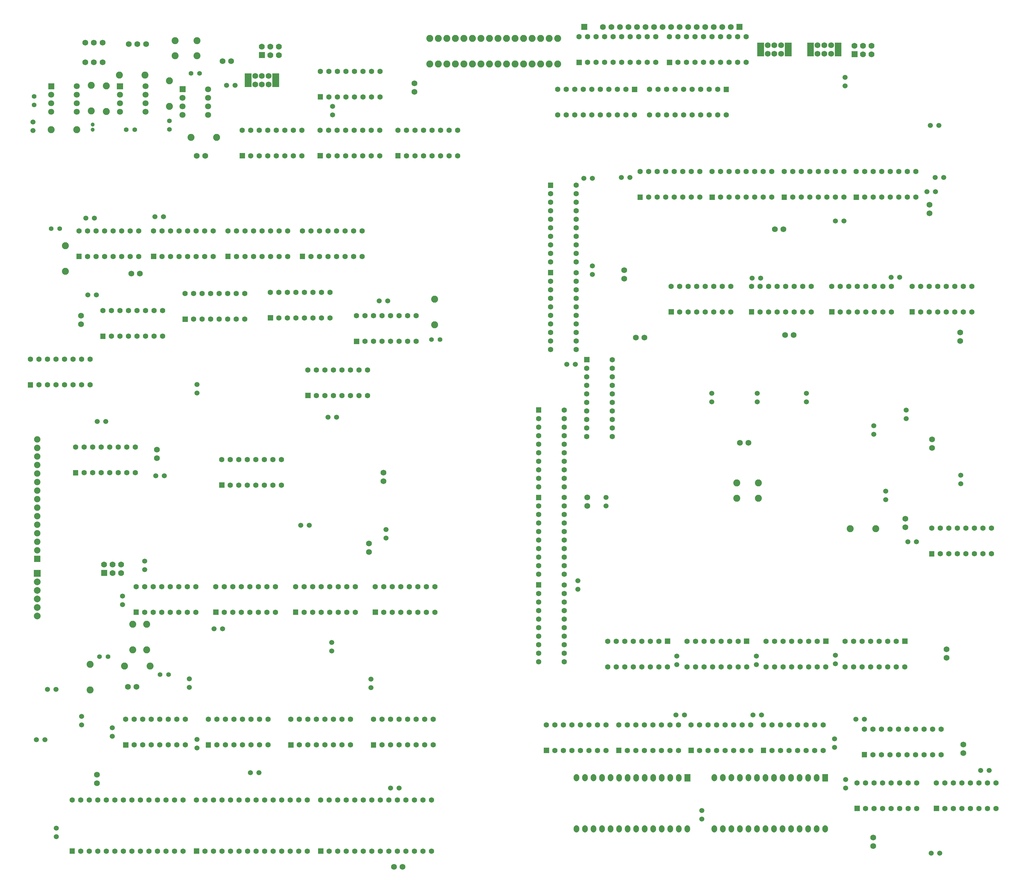
<source format=gbs>
G04 Layer: BottomSolderMaskLayer*
G04 EasyEDA v6.4.25, 2021-12-08T18:35:49--6:00*
G04 986698a7ba0b47aaa227ef1f9665312c,06444aca9169495d970130cf6b44ba93,10*
G04 Gerber Generator version 0.2*
G04 Scale: 100 percent, Rotated: No, Reflected: No *
G04 Dimensions in millimeters *
G04 leading zeros omitted , absolute positions ,4 integer and 5 decimal *
%FSLAX45Y45*%
%MOMM*%

%ADD20C,1.6002*%
%ADD25C,1.3970*%
%ADD47C,1.7272*%
%ADD48C,1.7032*%
%ADD49C,1.5032*%
%ADD51C,1.8034*%
%ADD52C,2.0828*%
%ADD53C,1.2032*%
%ADD57C,1.9032*%
%ADD58C,2.0032*%
%ADD60C,1.7780*%

%LPD*%
D47*
X21590000Y-24030000D02*
G01*
X21590000Y-24077599D01*
X21336000Y-24030000D02*
G01*
X21336000Y-24077599D01*
X21082000Y-24030000D02*
G01*
X21082000Y-24077599D01*
X21844000Y-24030000D02*
G01*
X21844000Y-24077599D01*
X22098000Y-24030000D02*
G01*
X22098000Y-24077599D01*
X22352000Y-24030000D02*
G01*
X22352000Y-24077599D01*
X22606000Y-24030000D02*
G01*
X22606000Y-24077599D01*
X22860000Y-24030000D02*
G01*
X22860000Y-24077599D01*
X23114000Y-24030000D02*
G01*
X23114000Y-24077599D01*
X23368000Y-24030000D02*
G01*
X23368000Y-24077599D01*
X24384000Y-24030000D02*
G01*
X24384000Y-24077599D01*
X24130000Y-24030000D02*
G01*
X24130000Y-24077599D01*
X23876000Y-24030000D02*
G01*
X23876000Y-24077599D01*
X23622000Y-24030000D02*
G01*
X23622000Y-24077599D01*
D48*
X21844000Y-22504798D02*
G01*
X21844000Y-22554801D01*
D47*
X21590000Y-22506000D02*
G01*
X21590000Y-22553599D01*
X22098000Y-22506000D02*
G01*
X22098000Y-22553599D01*
D48*
X24130000Y-22504798D02*
G01*
X24130000Y-22554801D01*
X23876000Y-22504798D02*
G01*
X23876000Y-22554801D01*
X23622000Y-22504798D02*
G01*
X23622000Y-22554801D01*
X23368000Y-22504798D02*
G01*
X23368000Y-22554801D01*
X23114000Y-22504798D02*
G01*
X23114000Y-22554801D01*
X22860000Y-22504798D02*
G01*
X22860000Y-22554801D01*
X22606000Y-22504798D02*
G01*
X22606000Y-22554801D01*
X22352000Y-22504798D02*
G01*
X22352000Y-22554801D01*
D47*
X21082000Y-22553599D02*
G01*
X21082000Y-22506000D01*
X21336000Y-22553599D02*
G01*
X21336000Y-22506000D01*
X17487900Y-24030000D02*
G01*
X17487900Y-24077599D01*
X17233900Y-24030000D02*
G01*
X17233900Y-24077599D01*
X16979900Y-24030000D02*
G01*
X16979900Y-24077599D01*
X17741900Y-24030000D02*
G01*
X17741900Y-24077599D01*
X17995900Y-24030000D02*
G01*
X17995900Y-24077599D01*
X18249900Y-24030000D02*
G01*
X18249900Y-24077599D01*
X18503900Y-24030000D02*
G01*
X18503900Y-24077599D01*
X18757900Y-24030000D02*
G01*
X18757900Y-24077599D01*
X19011900Y-24030000D02*
G01*
X19011900Y-24077599D01*
X19265900Y-24030000D02*
G01*
X19265900Y-24077599D01*
X20281900Y-24030000D02*
G01*
X20281900Y-24077599D01*
X20027900Y-24030000D02*
G01*
X20027900Y-24077599D01*
X19773900Y-24030000D02*
G01*
X19773900Y-24077599D01*
X19519900Y-24030000D02*
G01*
X19519900Y-24077599D01*
D48*
X17741900Y-22504798D02*
G01*
X17741900Y-22554801D01*
D47*
X17487900Y-22506000D02*
G01*
X17487900Y-22553599D01*
X17995900Y-22506000D02*
G01*
X17995900Y-22553599D01*
D48*
X20027900Y-22504798D02*
G01*
X20027900Y-22554801D01*
X19773900Y-22504798D02*
G01*
X19773900Y-22554801D01*
X19519900Y-22504798D02*
G01*
X19519900Y-22554801D01*
X19265900Y-22504798D02*
G01*
X19265900Y-22554801D01*
X19011900Y-22504798D02*
G01*
X19011900Y-22554801D01*
X18757900Y-22504798D02*
G01*
X18757900Y-22554801D01*
X18503900Y-22504798D02*
G01*
X18503900Y-22554801D01*
X18249900Y-22504798D02*
G01*
X18249900Y-22554801D01*
D47*
X16979900Y-22553599D02*
G01*
X16979900Y-22506000D01*
X17233900Y-22553599D02*
G01*
X17233900Y-22506000D01*
D49*
G01*
X11099800Y-8331200D03*
G01*
X11353800Y-8331200D03*
G36*
X3288029Y-2033270D02*
G01*
X3288029Y-1852929D01*
X3468370Y-1852929D01*
X3468370Y-2033270D01*
G37*
D51*
G01*
X3378200Y-2197100D03*
G01*
X3378200Y-2451100D03*
G01*
X3378200Y-2705100D03*
G01*
X4140200Y-2705100D03*
G01*
X4140200Y-2451100D03*
G01*
X4140200Y-2197100D03*
G01*
X4140200Y-1943100D03*
G36*
X1243329Y-2033270D02*
G01*
X1243329Y-1852929D01*
X1423670Y-1852929D01*
X1423670Y-2033270D01*
G37*
G01*
X1333500Y-2197100D03*
G01*
X1333500Y-2451100D03*
G01*
X1333500Y-2705100D03*
G01*
X2095500Y-2705100D03*
G01*
X2095500Y-2451100D03*
G01*
X2095500Y-2197100D03*
G01*
X2095500Y-1943100D03*
D52*
G01*
X5671820Y-1038860D03*
G01*
X5021579Y-1038860D03*
G01*
X5671820Y-586739D03*
G01*
X5021579Y-586739D03*
G36*
X5154929Y-2122170D02*
G01*
X5154929Y-1941829D01*
X5335270Y-1941829D01*
X5335270Y-2122170D01*
G37*
D51*
G01*
X5245100Y-2286000D03*
G01*
X5245100Y-2540000D03*
G01*
X5245100Y-2794000D03*
G01*
X6007100Y-2794000D03*
G01*
X6007100Y-2540000D03*
G01*
X6007100Y-2286000D03*
G01*
X6007100Y-2032000D03*
D52*
G01*
X3365500Y-1612900D03*
G01*
X4127500Y-1612900D03*
G01*
X2971800Y-2692400D03*
G01*
X2971800Y-1930400D03*
D25*
G01*
X3568700Y-3238500D03*
G01*
X3822700Y-3238500D03*
D52*
G01*
X2527300Y-1917700D03*
G01*
X2527300Y-2679700D03*
G01*
X2095500Y-3238500D03*
G01*
X1333500Y-3238500D03*
D25*
G01*
X825500Y-2247900D03*
G01*
X825500Y-2501900D03*
D53*
G01*
X2565400Y-3237356D03*
G01*
X2565400Y-3087243D03*
D52*
G01*
X6261100Y-3467100D03*
G01*
X5499100Y-3467100D03*
D25*
G01*
X5499100Y-1562100D03*
G01*
X5753100Y-1562100D03*
G01*
X4851400Y-2971800D03*
G01*
X4851400Y-3225800D03*
D52*
G01*
X4851400Y-2540000D03*
G01*
X4851400Y-1778000D03*
G36*
X8733790Y-7090410D02*
G01*
X8733790Y-6930389D01*
X8893809Y-6930389D01*
X8893809Y-7090410D01*
G37*
D20*
G01*
X9067800Y-7010400D03*
G01*
X9321800Y-7010400D03*
G01*
X9575800Y-7010400D03*
G01*
X9829800Y-7010400D03*
G01*
X10083800Y-7010400D03*
G01*
X10337800Y-7010400D03*
G01*
X10591800Y-7010400D03*
G01*
X10591800Y-6248400D03*
G01*
X10337800Y-6248400D03*
G01*
X10083800Y-6248400D03*
G01*
X9829800Y-6248400D03*
G01*
X9575800Y-6248400D03*
G01*
X9321800Y-6248400D03*
G01*
X9067800Y-6248400D03*
G01*
X8813800Y-6248400D03*
G36*
X6515608Y-7090410D02*
G01*
X6515608Y-6930389D01*
X6675627Y-6930389D01*
X6675627Y-7090410D01*
G37*
G01*
X6849541Y-7010400D03*
G01*
X7103541Y-7010400D03*
G01*
X7357541Y-7010400D03*
G01*
X7611541Y-7010400D03*
G01*
X7865541Y-7010400D03*
G01*
X8119541Y-7010400D03*
G01*
X8373541Y-7010400D03*
G01*
X8373541Y-6248400D03*
G01*
X8119541Y-6248400D03*
G01*
X7865541Y-6248400D03*
G01*
X7611541Y-6248400D03*
G01*
X7357541Y-6248400D03*
G01*
X7103541Y-6248400D03*
G01*
X6849541Y-6248400D03*
G01*
X6595541Y-6248400D03*
G36*
X4301490Y-7090410D02*
G01*
X4301490Y-6930389D01*
X4461509Y-6930389D01*
X4461509Y-7090410D01*
G37*
G01*
X4635500Y-7010400D03*
G01*
X4889500Y-7010400D03*
G01*
X5143500Y-7010400D03*
G01*
X5397500Y-7010400D03*
G01*
X5651500Y-7010400D03*
G01*
X5905500Y-7010400D03*
G01*
X6159500Y-7010400D03*
G01*
X6159500Y-6248400D03*
G01*
X5905500Y-6248400D03*
G01*
X5651500Y-6248400D03*
G01*
X5397500Y-6248400D03*
G01*
X5143500Y-6248400D03*
G01*
X4889500Y-6248400D03*
G01*
X4635500Y-6248400D03*
G01*
X4381500Y-6248400D03*
G36*
X2078990Y-7090410D02*
G01*
X2078990Y-6930389D01*
X2239009Y-6930389D01*
X2239009Y-7090410D01*
G37*
G01*
X2413000Y-7010400D03*
G01*
X2667000Y-7010400D03*
G01*
X2921000Y-7010400D03*
G01*
X3175000Y-7010400D03*
G01*
X3429000Y-7010400D03*
G01*
X3683000Y-7010400D03*
G01*
X3937000Y-7010400D03*
G01*
X3937000Y-6248400D03*
G01*
X3683000Y-6248400D03*
G01*
X3429000Y-6248400D03*
G01*
X3175000Y-6248400D03*
G01*
X2921000Y-6248400D03*
G01*
X2667000Y-6248400D03*
G01*
X2413000Y-6248400D03*
G01*
X2159000Y-6248400D03*
D25*
G01*
X1333525Y-6184900D03*
G01*
X1587525Y-6184900D03*
D47*
G01*
X2348560Y-649808D03*
G01*
X2603500Y-649808D03*
G01*
X2858490Y-649808D03*
G01*
X2858515Y-1229791D03*
G01*
X2603500Y-1229791D03*
G01*
X2348484Y-1229791D03*
G01*
X3897909Y-685800D03*
G01*
X3643909Y-685800D03*
G01*
X4153915Y-685800D03*
D52*
G01*
X1752600Y-7454900D03*
G01*
X1752600Y-6692900D03*
G36*
X819150Y-16109950D02*
G01*
X819150Y-15919450D01*
X1009650Y-15919450D01*
X1009650Y-16109950D01*
G37*
D57*
G01*
X914400Y-15760700D03*
G01*
X914400Y-15506700D03*
G01*
X914400Y-15252700D03*
G01*
X914400Y-14998700D03*
G01*
X914400Y-14744700D03*
G01*
X914400Y-14490700D03*
G01*
X914400Y-14236700D03*
G01*
X914400Y-13982700D03*
G01*
X914400Y-13728700D03*
G01*
X914400Y-13474700D03*
G01*
X914400Y-13220700D03*
G01*
X914400Y-12966700D03*
G01*
X914400Y-12712700D03*
G01*
X914400Y-12458700D03*
D58*
G01*
X914400Y-17716500D03*
G01*
X914400Y-17462500D03*
G01*
X914400Y-17208500D03*
G01*
X914400Y-16954500D03*
G01*
X914400Y-16700500D03*
G36*
X814323Y-16546576D02*
G01*
X814323Y-16346424D01*
X1014476Y-16346424D01*
X1014476Y-16546576D01*
G37*
G36*
X631189Y-10913110D02*
G01*
X631189Y-10753089D01*
X791210Y-10753089D01*
X791210Y-10913110D01*
G37*
D20*
G01*
X965200Y-10833100D03*
G01*
X1219200Y-10833100D03*
G01*
X1473200Y-10833100D03*
G01*
X1727200Y-10833100D03*
G01*
X1981200Y-10833100D03*
G01*
X2235200Y-10833100D03*
G01*
X2489200Y-10833100D03*
G01*
X2489200Y-10071100D03*
G01*
X2235200Y-10071100D03*
G01*
X1981200Y-10071100D03*
G01*
X1727200Y-10071100D03*
G01*
X1473200Y-10071100D03*
G01*
X1219200Y-10071100D03*
G01*
X965200Y-10071100D03*
G01*
X711200Y-10071100D03*
G36*
X2790190Y-9465310D02*
G01*
X2790190Y-9305289D01*
X2950209Y-9305289D01*
X2950209Y-9465310D01*
G37*
G01*
X3124200Y-9385300D03*
G01*
X3378200Y-9385300D03*
G01*
X3632200Y-9385300D03*
G01*
X3886200Y-9385300D03*
G01*
X4140200Y-9385300D03*
G01*
X4394200Y-9385300D03*
G01*
X4648200Y-9385300D03*
G01*
X4648200Y-8623300D03*
G01*
X4394200Y-8623300D03*
G01*
X4140200Y-8623300D03*
G01*
X3886200Y-8623300D03*
G01*
X3632200Y-8623300D03*
G01*
X3378200Y-8623300D03*
G01*
X3124200Y-8623300D03*
G01*
X2870200Y-8623300D03*
G36*
X5241290Y-8957310D02*
G01*
X5241290Y-8797289D01*
X5401309Y-8797289D01*
X5401309Y-8957310D01*
G37*
G01*
X5575300Y-8877300D03*
G01*
X5829300Y-8877300D03*
G01*
X6083300Y-8877300D03*
G01*
X6337300Y-8877300D03*
G01*
X6591300Y-8877300D03*
G01*
X6845300Y-8877300D03*
G01*
X7099300Y-8877300D03*
G01*
X7099300Y-8115300D03*
G01*
X6845300Y-8115300D03*
G01*
X6591300Y-8115300D03*
G01*
X6337300Y-8115300D03*
G01*
X6083300Y-8115300D03*
G01*
X5829300Y-8115300D03*
G01*
X5575300Y-8115300D03*
G01*
X5321300Y-8115300D03*
G36*
X7781290Y-8919210D02*
G01*
X7781290Y-8759189D01*
X7941309Y-8759189D01*
X7941309Y-8919210D01*
G37*
G01*
X8115300Y-8839200D03*
G01*
X8369300Y-8839200D03*
G01*
X8623300Y-8839200D03*
G01*
X8877300Y-8839200D03*
G01*
X9131300Y-8839200D03*
G01*
X9385300Y-8839200D03*
G01*
X9639300Y-8839200D03*
G01*
X9639300Y-8077200D03*
G01*
X9385300Y-8077200D03*
G01*
X9131300Y-8077200D03*
G01*
X8877300Y-8077200D03*
G01*
X8623300Y-8077200D03*
G01*
X8369300Y-8077200D03*
G01*
X8115300Y-8077200D03*
G01*
X7861300Y-8077200D03*
G36*
X10346690Y-9617710D02*
G01*
X10346690Y-9457689D01*
X10506709Y-9457689D01*
X10506709Y-9617710D01*
G37*
G01*
X10680700Y-9537700D03*
G01*
X10934700Y-9537700D03*
G01*
X11188700Y-9537700D03*
G01*
X11442700Y-9537700D03*
G01*
X11696700Y-9537700D03*
G01*
X11950700Y-9537700D03*
G01*
X12204700Y-9537700D03*
G01*
X12204700Y-8775700D03*
G01*
X11950700Y-8775700D03*
G01*
X11696700Y-8775700D03*
G01*
X11442700Y-8775700D03*
G01*
X11188700Y-8775700D03*
G01*
X10934700Y-8775700D03*
G01*
X10680700Y-8775700D03*
G01*
X10426700Y-8775700D03*
G36*
X1977390Y-13529310D02*
G01*
X1977390Y-13369289D01*
X2137409Y-13369289D01*
X2137409Y-13529310D01*
G37*
G01*
X2311400Y-13449300D03*
G01*
X2565400Y-13449300D03*
G01*
X2819400Y-13449300D03*
G01*
X3073400Y-13449300D03*
G01*
X3327400Y-13449300D03*
G01*
X3581400Y-13449300D03*
G01*
X3835400Y-13449300D03*
G01*
X3835400Y-12687300D03*
G01*
X3581400Y-12687300D03*
G01*
X3327400Y-12687300D03*
G01*
X3073400Y-12687300D03*
G01*
X2819400Y-12687300D03*
G01*
X2565400Y-12687300D03*
G01*
X2311400Y-12687300D03*
G01*
X2057400Y-12687300D03*
G36*
X6333490Y-13897610D02*
G01*
X6333490Y-13737589D01*
X6493509Y-13737589D01*
X6493509Y-13897610D01*
G37*
G01*
X6667500Y-13817600D03*
G01*
X6921500Y-13817600D03*
G01*
X7175500Y-13817600D03*
G01*
X7429500Y-13817600D03*
G01*
X7683500Y-13817600D03*
G01*
X7937500Y-13817600D03*
G01*
X8191500Y-13817600D03*
G01*
X8191500Y-13055600D03*
G01*
X7937500Y-13055600D03*
G01*
X7683500Y-13055600D03*
G01*
X7429500Y-13055600D03*
G01*
X7175500Y-13055600D03*
G01*
X6921500Y-13055600D03*
G01*
X6667500Y-13055600D03*
G01*
X6413500Y-13055600D03*
G36*
X8898890Y-11230610D02*
G01*
X8898890Y-11070589D01*
X9058909Y-11070589D01*
X9058909Y-11230610D01*
G37*
G01*
X9232900Y-11150600D03*
G01*
X9486900Y-11150600D03*
G01*
X9740900Y-11150600D03*
G01*
X9994900Y-11150600D03*
G01*
X10248900Y-11150600D03*
G01*
X10502900Y-11150600D03*
G01*
X10756900Y-11150600D03*
G01*
X10756900Y-10388600D03*
G01*
X10502900Y-10388600D03*
G01*
X10248900Y-10388600D03*
G01*
X9994900Y-10388600D03*
G01*
X9740900Y-10388600D03*
G01*
X9486900Y-10388600D03*
G01*
X9232900Y-10388600D03*
G01*
X8978900Y-10388600D03*
D52*
G01*
X12611100Y-1282700D03*
G01*
X12611100Y-520700D03*
G01*
X12865100Y-1282700D03*
G01*
X12865100Y-520700D03*
G01*
X13119100Y-1282700D03*
G01*
X13119100Y-520700D03*
G01*
X13373100Y-1282700D03*
G01*
X13373100Y-520700D03*
G01*
X13627100Y-1282700D03*
G01*
X13627100Y-520700D03*
G01*
X13881100Y-1282700D03*
G01*
X13881100Y-520700D03*
G01*
X14135100Y-1282700D03*
G01*
X14135100Y-520700D03*
G01*
X14389100Y-1282700D03*
G01*
X14389100Y-520700D03*
G01*
X14643100Y-1282700D03*
G01*
X14643100Y-520700D03*
G01*
X14897100Y-1282700D03*
G01*
X14897100Y-520700D03*
G01*
X15151100Y-1282700D03*
G01*
X15151100Y-520700D03*
G01*
X15405100Y-1282700D03*
G01*
X15405100Y-520700D03*
G01*
X15659100Y-1282700D03*
G01*
X15659100Y-520700D03*
G01*
X15913100Y-1282700D03*
G01*
X15913100Y-520700D03*
G01*
X16167100Y-1282700D03*
G01*
X16167100Y-520700D03*
G01*
X16421100Y-1282700D03*
G01*
X16421100Y-520700D03*
G36*
X11578590Y-4093210D02*
G01*
X11578590Y-3933189D01*
X11738609Y-3933189D01*
X11738609Y-4093210D01*
G37*
D20*
G01*
X11912600Y-4013200D03*
G01*
X12166600Y-4013200D03*
G01*
X12420600Y-4013200D03*
G01*
X12674600Y-4013200D03*
G01*
X12928600Y-4013200D03*
G01*
X13182600Y-4013200D03*
G01*
X13436600Y-4013200D03*
G01*
X13436600Y-3251200D03*
G01*
X13182600Y-3251200D03*
G01*
X12928600Y-3251200D03*
G01*
X12674600Y-3251200D03*
G01*
X12420600Y-3251200D03*
G01*
X12166600Y-3251200D03*
G01*
X11912600Y-3251200D03*
G01*
X11658600Y-3251200D03*
G36*
X9260840Y-4093210D02*
G01*
X9260840Y-3933189D01*
X9420859Y-3933189D01*
X9420859Y-4093210D01*
G37*
G01*
X9594850Y-4013200D03*
G01*
X9848850Y-4013200D03*
G01*
X10102850Y-4013200D03*
G01*
X10356850Y-4013200D03*
G01*
X10610850Y-4013200D03*
G01*
X10864850Y-4013200D03*
G01*
X11118850Y-4013200D03*
G01*
X11118850Y-3251200D03*
G01*
X10864850Y-3251200D03*
G01*
X10610850Y-3251200D03*
G01*
X10356850Y-3251200D03*
G01*
X10102850Y-3251200D03*
G01*
X9848850Y-3251200D03*
G01*
X9594850Y-3251200D03*
G01*
X9340850Y-3251200D03*
G36*
X6943090Y-4093210D02*
G01*
X6943090Y-3933189D01*
X7103109Y-3933189D01*
X7103109Y-4093210D01*
G37*
G01*
X7277100Y-4013200D03*
G01*
X7531100Y-4013200D03*
G01*
X7785100Y-4013200D03*
G01*
X8039100Y-4013200D03*
G01*
X8293100Y-4013200D03*
G01*
X8547100Y-4013200D03*
G01*
X8801100Y-4013200D03*
G01*
X8801100Y-3251200D03*
G01*
X8547100Y-3251200D03*
G01*
X8293100Y-3251200D03*
G01*
X8039100Y-3251200D03*
G01*
X7785100Y-3251200D03*
G01*
X7531100Y-3251200D03*
G01*
X7277100Y-3251200D03*
G01*
X7023100Y-3251200D03*
G36*
X9267190Y-2340610D02*
G01*
X9267190Y-2180589D01*
X9427209Y-2180589D01*
X9427209Y-2340610D01*
G37*
G01*
X9601200Y-2260600D03*
G01*
X9855200Y-2260600D03*
G01*
X10109200Y-2260600D03*
G01*
X10363200Y-2260600D03*
G01*
X10617200Y-2260600D03*
G01*
X10871200Y-2260600D03*
G01*
X11125200Y-2260600D03*
G01*
X11125200Y-1498600D03*
G01*
X10871200Y-1498600D03*
G01*
X10617200Y-1498600D03*
G01*
X10363200Y-1498600D03*
G01*
X10109200Y-1498600D03*
G01*
X9855200Y-1498600D03*
G01*
X9601200Y-1498600D03*
G01*
X9347200Y-1498600D03*
G36*
X18627090Y-2118360D02*
G01*
X18627090Y-1958339D01*
X18787109Y-1958339D01*
X18787109Y-2118360D01*
G37*
G01*
X18453100Y-2038350D03*
G01*
X18199100Y-2038350D03*
G01*
X17945100Y-2038350D03*
G01*
X17691100Y-2038350D03*
G01*
X17437100Y-2038350D03*
G01*
X17183100Y-2038350D03*
G01*
X16929100Y-2038350D03*
G01*
X16675100Y-2038350D03*
G01*
X16421100Y-2038350D03*
G01*
X16421100Y-2800350D03*
G01*
X16675100Y-2800350D03*
G01*
X16929100Y-2800350D03*
G01*
X17183100Y-2800350D03*
G01*
X17437100Y-2800350D03*
G01*
X17691100Y-2800350D03*
G01*
X17945100Y-2800350D03*
G01*
X18199100Y-2800350D03*
G01*
X18453100Y-2800350D03*
G01*
X18707100Y-2800350D03*
G36*
X21357590Y-2118360D02*
G01*
X21357590Y-1958339D01*
X21517609Y-1958339D01*
X21517609Y-2118360D01*
G37*
G01*
X21183600Y-2038350D03*
G01*
X20929600Y-2038350D03*
G01*
X20675600Y-2038350D03*
G01*
X20421600Y-2038350D03*
G01*
X20167600Y-2038350D03*
G01*
X19913600Y-2038350D03*
G01*
X19659600Y-2038350D03*
G01*
X19405600Y-2038350D03*
G01*
X19151600Y-2038350D03*
G01*
X19151600Y-2800350D03*
G01*
X19405600Y-2800350D03*
G01*
X19659600Y-2800350D03*
G01*
X19913600Y-2800350D03*
G01*
X20167600Y-2800350D03*
G01*
X20421600Y-2800350D03*
G01*
X20675600Y-2800350D03*
G01*
X20929600Y-2800350D03*
G01*
X21183600Y-2800350D03*
G01*
X21437600Y-2800350D03*
G36*
X20938490Y-5325110D02*
G01*
X20938490Y-5165089D01*
X21098509Y-5165089D01*
X21098509Y-5325110D01*
G37*
G01*
X21272500Y-5245100D03*
G01*
X21526500Y-5245100D03*
G01*
X21780500Y-5245100D03*
G01*
X22034500Y-5245100D03*
G01*
X22288500Y-5245100D03*
G01*
X22542500Y-5245100D03*
G01*
X22796500Y-5245100D03*
G01*
X22796500Y-4483100D03*
G01*
X22542500Y-4483100D03*
G01*
X22288500Y-4483100D03*
G01*
X22034500Y-4483100D03*
G01*
X21780500Y-4483100D03*
G01*
X21526500Y-4483100D03*
G01*
X21272500Y-4483100D03*
G01*
X21018500Y-4483100D03*
G36*
X18792190Y-5325110D02*
G01*
X18792190Y-5165089D01*
X18952209Y-5165089D01*
X18952209Y-5325110D01*
G37*
G01*
X19126200Y-5245100D03*
G01*
X19380200Y-5245100D03*
G01*
X19634200Y-5245100D03*
G01*
X19888200Y-5245100D03*
G01*
X20142200Y-5245100D03*
G01*
X20396200Y-5245100D03*
G01*
X20650200Y-5245100D03*
G01*
X20650200Y-4483100D03*
G01*
X20396200Y-4483100D03*
G01*
X20142200Y-4483100D03*
G01*
X19888200Y-4483100D03*
G01*
X19634200Y-4483100D03*
G01*
X19380200Y-4483100D03*
G01*
X19126200Y-4483100D03*
G01*
X18872200Y-4483100D03*
G36*
X23084790Y-5325110D02*
G01*
X23084790Y-5165089D01*
X23244809Y-5165089D01*
X23244809Y-5325110D01*
G37*
G01*
X23418800Y-5245100D03*
G01*
X23672800Y-5245100D03*
G01*
X23926800Y-5245100D03*
G01*
X24180800Y-5245100D03*
G01*
X24434800Y-5245100D03*
G01*
X24688800Y-5245100D03*
G01*
X24942800Y-5245100D03*
G01*
X24942800Y-4483100D03*
G01*
X24688800Y-4483100D03*
G01*
X24434800Y-4483100D03*
G01*
X24180800Y-4483100D03*
G01*
X23926800Y-4483100D03*
G01*
X23672800Y-4483100D03*
G01*
X23418800Y-4483100D03*
G01*
X23164800Y-4483100D03*
G36*
X19609308Y-18545810D02*
G01*
X19609308Y-18385789D01*
X19769327Y-18385789D01*
X19769327Y-18545810D01*
G37*
G01*
X19435241Y-18465800D03*
G01*
X19181241Y-18465800D03*
G01*
X18927241Y-18465800D03*
G01*
X18673241Y-18465800D03*
G01*
X18419241Y-18465800D03*
G01*
X18165241Y-18465800D03*
G01*
X17911241Y-18465800D03*
G01*
X17911241Y-19227800D03*
G01*
X18165241Y-19227800D03*
G01*
X18419241Y-19227800D03*
G01*
X18673241Y-19227800D03*
G01*
X18927241Y-19227800D03*
G01*
X19181241Y-19227800D03*
G01*
X19435241Y-19227800D03*
G01*
X19689241Y-19227800D03*
G36*
X21965666Y-18545810D02*
G01*
X21965666Y-18385789D01*
X22125686Y-18385789D01*
X22125686Y-18545810D01*
G37*
G01*
X21791802Y-18465800D03*
G01*
X21537802Y-18465800D03*
G01*
X21283802Y-18465800D03*
G01*
X21029802Y-18465800D03*
G01*
X20775802Y-18465800D03*
G01*
X20521802Y-18465800D03*
G01*
X20267802Y-18465800D03*
G01*
X20267802Y-19227800D03*
G01*
X20521802Y-19227800D03*
G01*
X20775802Y-19227800D03*
G01*
X21029802Y-19227800D03*
G01*
X21283802Y-19227800D03*
G01*
X21537802Y-19227800D03*
G01*
X21791802Y-19227800D03*
G01*
X22045802Y-19227800D03*
G36*
X24322277Y-18545810D02*
G01*
X24322277Y-18385789D01*
X24482298Y-18385789D01*
X24482298Y-18545810D01*
G37*
G01*
X24148338Y-18465800D03*
G01*
X23894338Y-18465800D03*
G01*
X23640338Y-18465800D03*
G01*
X23386338Y-18465800D03*
G01*
X23132338Y-18465800D03*
G01*
X22878338Y-18465800D03*
G01*
X22624338Y-18465800D03*
G01*
X22624338Y-19227800D03*
G01*
X22878338Y-19227800D03*
G01*
X23132338Y-19227800D03*
G01*
X23386338Y-19227800D03*
G01*
X23640338Y-19227800D03*
G01*
X23894338Y-19227800D03*
G01*
X24148338Y-19227800D03*
G01*
X24402338Y-19227800D03*
G36*
X26678890Y-18545810D02*
G01*
X26678890Y-18385789D01*
X26838909Y-18385789D01*
X26838909Y-18545810D01*
G37*
G01*
X26504900Y-18465800D03*
G01*
X26250900Y-18465800D03*
G01*
X25996900Y-18465800D03*
G01*
X25742900Y-18465800D03*
G01*
X25488900Y-18465800D03*
G01*
X25234900Y-18465800D03*
G01*
X24980900Y-18465800D03*
G01*
X24980900Y-19227800D03*
G01*
X25234900Y-19227800D03*
G01*
X25488900Y-19227800D03*
G01*
X25742900Y-19227800D03*
G01*
X25996900Y-19227800D03*
G01*
X26250900Y-19227800D03*
G01*
X26504900Y-19227800D03*
G01*
X26758900Y-19227800D03*
G36*
X15769590Y-14265910D02*
G01*
X15769590Y-14105889D01*
X15929609Y-14105889D01*
X15929609Y-14265910D01*
G37*
G01*
X15849600Y-14439900D03*
G01*
X15849600Y-14693900D03*
G01*
X15849600Y-14947900D03*
G01*
X15849600Y-15201900D03*
G01*
X15849600Y-15455900D03*
G01*
X15849600Y-15709900D03*
G01*
X15849600Y-15963900D03*
G01*
X15849600Y-16217900D03*
G01*
X15849600Y-16471900D03*
G01*
X16611600Y-16471900D03*
G01*
X16611600Y-16217900D03*
G01*
X16611600Y-15963900D03*
G01*
X16611600Y-15709900D03*
G01*
X16611600Y-15455900D03*
G01*
X16611600Y-15201900D03*
G01*
X16611600Y-14947900D03*
G01*
X16611600Y-14693900D03*
G01*
X16611600Y-14439900D03*
G01*
X16611600Y-14185900D03*
G36*
X15769590Y-16869410D02*
G01*
X15769590Y-16709389D01*
X15929609Y-16709389D01*
X15929609Y-16869410D01*
G37*
G01*
X15849600Y-17043400D03*
G01*
X15849600Y-17297400D03*
G01*
X15849600Y-17551400D03*
G01*
X15849600Y-17805400D03*
G01*
X15849600Y-18059400D03*
G01*
X15849600Y-18313400D03*
G01*
X15849600Y-18567400D03*
G01*
X15849600Y-18821400D03*
G01*
X15849600Y-19075400D03*
G01*
X16611600Y-19075400D03*
G01*
X16611600Y-18821400D03*
G01*
X16611600Y-18567400D03*
G01*
X16611600Y-18313400D03*
G01*
X16611600Y-18059400D03*
G01*
X16611600Y-17805400D03*
G01*
X16611600Y-17551400D03*
G01*
X16611600Y-17297400D03*
G01*
X16611600Y-17043400D03*
G01*
X16611600Y-16789400D03*
G36*
X22111208Y-8741410D02*
G01*
X22111208Y-8581389D01*
X22271227Y-8581389D01*
X22271227Y-8741410D01*
G37*
G01*
X22445141Y-8661400D03*
G01*
X22699141Y-8661400D03*
G01*
X22953141Y-8661400D03*
G01*
X23207141Y-8661400D03*
G01*
X23461141Y-8661400D03*
G01*
X23715141Y-8661400D03*
G01*
X23969141Y-8661400D03*
G01*
X23969141Y-7899400D03*
G01*
X23715141Y-7899400D03*
G01*
X23461141Y-7899400D03*
G01*
X23207141Y-7899400D03*
G01*
X22953141Y-7899400D03*
G01*
X22699141Y-7899400D03*
G01*
X22445141Y-7899400D03*
G01*
X22191141Y-7899400D03*
G36*
X19719290Y-8741410D02*
G01*
X19719290Y-8581389D01*
X19879309Y-8581389D01*
X19879309Y-8741410D01*
G37*
G01*
X20053300Y-8661400D03*
G01*
X20307300Y-8661400D03*
G01*
X20561300Y-8661400D03*
G01*
X20815300Y-8661400D03*
G01*
X21069300Y-8661400D03*
G01*
X21323300Y-8661400D03*
G01*
X21577300Y-8661400D03*
G01*
X21577300Y-7899400D03*
G01*
X21323300Y-7899400D03*
G01*
X21069300Y-7899400D03*
G01*
X20815300Y-7899400D03*
G01*
X20561300Y-7899400D03*
G01*
X20307300Y-7899400D03*
G01*
X20053300Y-7899400D03*
G01*
X19799300Y-7899400D03*
G36*
X24502872Y-8741410D02*
G01*
X24502872Y-8581389D01*
X24662891Y-8581389D01*
X24662891Y-8741410D01*
G37*
G01*
X24836958Y-8661400D03*
G01*
X25090958Y-8661400D03*
G01*
X25344958Y-8661400D03*
G01*
X25598958Y-8661400D03*
G01*
X25852958Y-8661400D03*
G01*
X26106958Y-8661400D03*
G01*
X26360958Y-8661400D03*
G01*
X26360958Y-7899400D03*
G01*
X26106958Y-7899400D03*
G01*
X25852958Y-7899400D03*
G01*
X25598958Y-7899400D03*
G01*
X25344958Y-7899400D03*
G01*
X25090958Y-7899400D03*
G01*
X24836958Y-7899400D03*
G01*
X24582958Y-7899400D03*
G36*
X26894790Y-8741410D02*
G01*
X26894790Y-8581389D01*
X27054809Y-8581389D01*
X27054809Y-8741410D01*
G37*
G01*
X27228800Y-8661400D03*
G01*
X27482800Y-8661400D03*
G01*
X27736800Y-8661400D03*
G01*
X27990800Y-8661400D03*
G01*
X28244800Y-8661400D03*
G01*
X28498800Y-8661400D03*
G01*
X28752800Y-8661400D03*
G01*
X28752800Y-7899400D03*
G01*
X28498800Y-7899400D03*
G01*
X28244800Y-7899400D03*
G01*
X27990800Y-7899400D03*
G01*
X27736800Y-7899400D03*
G01*
X27482800Y-7899400D03*
G01*
X27228800Y-7899400D03*
G01*
X26974800Y-7899400D03*
G36*
X25231090Y-5325110D02*
G01*
X25231090Y-5165089D01*
X25391109Y-5165089D01*
X25391109Y-5325110D01*
G37*
G01*
X25565100Y-5245100D03*
G01*
X25819100Y-5245100D03*
G01*
X26073100Y-5245100D03*
G01*
X26327100Y-5245100D03*
G01*
X26581100Y-5245100D03*
G01*
X26835100Y-5245100D03*
G01*
X27089100Y-5245100D03*
G01*
X27089100Y-4483100D03*
G01*
X26835100Y-4483100D03*
G01*
X26581100Y-4483100D03*
G01*
X26327100Y-4483100D03*
G01*
X26073100Y-4483100D03*
G01*
X25819100Y-4483100D03*
G01*
X25565100Y-4483100D03*
G01*
X25311100Y-4483100D03*
G36*
X16125190Y-4969510D02*
G01*
X16125190Y-4809489D01*
X16285209Y-4809489D01*
X16285209Y-4969510D01*
G37*
G01*
X16205200Y-5143500D03*
G01*
X16205200Y-5397500D03*
G01*
X16205200Y-5651500D03*
G01*
X16205200Y-5905500D03*
G01*
X16205200Y-6159500D03*
G01*
X16205200Y-6413500D03*
G01*
X16205200Y-6667500D03*
G01*
X16205200Y-6921500D03*
G01*
X16205200Y-7175500D03*
G01*
X16967200Y-7175500D03*
G01*
X16967200Y-6921500D03*
G01*
X16967200Y-6667500D03*
G01*
X16967200Y-6413500D03*
G01*
X16967200Y-6159500D03*
G01*
X16967200Y-5905500D03*
G01*
X16967200Y-5651500D03*
G01*
X16967200Y-5397500D03*
G01*
X16967200Y-5143500D03*
G01*
X16967200Y-4889500D03*
G36*
X16125190Y-7573010D02*
G01*
X16125190Y-7412989D01*
X16285209Y-7412989D01*
X16285209Y-7573010D01*
G37*
G01*
X16205200Y-7747000D03*
G01*
X16205200Y-8001000D03*
G01*
X16205200Y-8255000D03*
G01*
X16205200Y-8509000D03*
G01*
X16205200Y-8763000D03*
G01*
X16205200Y-9017000D03*
G01*
X16205200Y-9271000D03*
G01*
X16205200Y-9525000D03*
G01*
X16205200Y-9779000D03*
G01*
X16967200Y-9779000D03*
G01*
X16967200Y-9525000D03*
G01*
X16967200Y-9271000D03*
G01*
X16967200Y-9017000D03*
G01*
X16967200Y-8763000D03*
G01*
X16967200Y-8509000D03*
G01*
X16967200Y-8255000D03*
G01*
X16967200Y-8001000D03*
G01*
X16967200Y-7747000D03*
G01*
X16967200Y-7493000D03*
G36*
X17204690Y-10163810D02*
G01*
X17204690Y-10003789D01*
X17364709Y-10003789D01*
X17364709Y-10163810D01*
G37*
G01*
X17284700Y-10337800D03*
G01*
X17284700Y-10591800D03*
G01*
X17284700Y-10845800D03*
G01*
X17284700Y-11099800D03*
G01*
X17284700Y-11353800D03*
G01*
X17284700Y-11607800D03*
G01*
X17284700Y-11861800D03*
G01*
X17284700Y-12115800D03*
G01*
X17284700Y-12369800D03*
G01*
X18046700Y-12369800D03*
G01*
X18046700Y-12115800D03*
G01*
X18046700Y-11861800D03*
G01*
X18046700Y-11607800D03*
G01*
X18046700Y-11353800D03*
G01*
X18046700Y-11099800D03*
G01*
X18046700Y-10845800D03*
G01*
X18046700Y-10591800D03*
G01*
X18046700Y-10337800D03*
G01*
X18046700Y-10083800D03*
G36*
X15769590Y-11662410D02*
G01*
X15769590Y-11502389D01*
X15929609Y-11502389D01*
X15929609Y-11662410D01*
G37*
G01*
X15849600Y-11836400D03*
G01*
X15849600Y-12090400D03*
G01*
X15849600Y-12344400D03*
G01*
X15849600Y-12598400D03*
G01*
X15849600Y-12852400D03*
G01*
X15849600Y-13106400D03*
G01*
X15849600Y-13360400D03*
G01*
X15849600Y-13614400D03*
G01*
X15849600Y-13868400D03*
G01*
X16611600Y-13868400D03*
G01*
X16611600Y-13614400D03*
G01*
X16611600Y-13360400D03*
G01*
X16611600Y-13106400D03*
G01*
X16611600Y-12852400D03*
G01*
X16611600Y-12598400D03*
G01*
X16611600Y-12344400D03*
G01*
X16611600Y-12090400D03*
G01*
X16611600Y-11836400D03*
G01*
X16611600Y-11582400D03*
G36*
X27478990Y-15942310D02*
G01*
X27478990Y-15782289D01*
X27639009Y-15782289D01*
X27639009Y-15942310D01*
G37*
G01*
X27813000Y-15862300D03*
G01*
X28067000Y-15862300D03*
G01*
X28321000Y-15862300D03*
G01*
X28575000Y-15862300D03*
G01*
X28829000Y-15862300D03*
G01*
X29083000Y-15862300D03*
G01*
X29337000Y-15862300D03*
G01*
X29337000Y-15100300D03*
G01*
X29083000Y-15100300D03*
G01*
X28829000Y-15100300D03*
G01*
X28575000Y-15100300D03*
G01*
X28321000Y-15100300D03*
G01*
X28067000Y-15100300D03*
G01*
X27813000Y-15100300D03*
G01*
X27559000Y-15100300D03*
D52*
G01*
X21747479Y-13756639D03*
G01*
X22397720Y-13756639D03*
G01*
X21747479Y-14208760D03*
G01*
X22397720Y-14208760D03*
G01*
X25133300Y-15113000D03*
G01*
X25895300Y-15113000D03*
G36*
X19668490Y-1311910D02*
G01*
X19668490Y-1151889D01*
X19828509Y-1151889D01*
X19828509Y-1311910D01*
G37*
D20*
G01*
X20002500Y-1231900D03*
G01*
X20256500Y-1231900D03*
G01*
X20510500Y-1231900D03*
G01*
X20764500Y-1231900D03*
G01*
X21018500Y-1231900D03*
G01*
X21272500Y-1231900D03*
G01*
X21526500Y-1231900D03*
G01*
X21780500Y-1231900D03*
G01*
X22034500Y-1231900D03*
G01*
X22034500Y-469900D03*
G01*
X21780500Y-469900D03*
G01*
X21526500Y-469900D03*
G01*
X21272500Y-469900D03*
G01*
X21018500Y-469900D03*
G01*
X20764500Y-469900D03*
G01*
X20510500Y-469900D03*
G01*
X20256500Y-469900D03*
G01*
X20002500Y-469900D03*
G01*
X19748500Y-469900D03*
G36*
X16976090Y-1311910D02*
G01*
X16976090Y-1151889D01*
X17136109Y-1151889D01*
X17136109Y-1311910D01*
G37*
G01*
X17310100Y-1231900D03*
G01*
X17564100Y-1231900D03*
G01*
X17818100Y-1231900D03*
G01*
X18072100Y-1231900D03*
G01*
X18326100Y-1231900D03*
G01*
X18580100Y-1231900D03*
G01*
X18834100Y-1231900D03*
G01*
X19088100Y-1231900D03*
G01*
X19342100Y-1231900D03*
G01*
X19342100Y-469900D03*
G01*
X19088100Y-469900D03*
G01*
X18834100Y-469900D03*
G01*
X18580100Y-469900D03*
G01*
X18326100Y-469900D03*
G01*
X18072100Y-469900D03*
G01*
X17818100Y-469900D03*
G01*
X17564100Y-469900D03*
G01*
X17310100Y-469900D03*
G01*
X17056100Y-469900D03*
D60*
G01*
X8115300Y-762000D03*
G01*
X8115300Y-1016000D03*
G01*
X7861300Y-762000D03*
G01*
X7861300Y-1016000D03*
G01*
X7607300Y-762000D03*
G36*
X7518400Y-1104900D02*
G01*
X7518400Y-927100D01*
X7696200Y-927100D01*
X7696200Y-1104900D01*
G37*
G36*
X22363684Y-1051560D02*
G01*
X22363684Y-650239D01*
X22561804Y-650239D01*
X22561804Y-1051560D01*
G37*
G36*
X23183595Y-1051560D02*
G01*
X23183595Y-650239D01*
X23381716Y-650239D01*
X23381716Y-1051560D01*
G37*
D47*
G01*
X23072699Y-725906D03*
G01*
X22872700Y-725906D03*
G01*
X22672700Y-725906D03*
G01*
X22672700Y-975918D03*
G01*
X22872700Y-975918D03*
G01*
X23072699Y-975918D03*
G01*
X17767300Y-177800D03*
G01*
X18021300Y-177800D03*
G01*
X18275300Y-177800D03*
G01*
X18529300Y-177800D03*
G01*
X18783300Y-177800D03*
G01*
X19037300Y-177800D03*
G01*
X19291300Y-177800D03*
G01*
X19545300Y-177800D03*
G01*
X19799300Y-177800D03*
G01*
X20053300Y-177800D03*
G01*
X20307300Y-177800D03*
G01*
X20561300Y-177800D03*
G01*
X20815300Y-177800D03*
G01*
X21069300Y-177800D03*
G01*
X21323300Y-177800D03*
G01*
X21577300Y-177800D03*
G36*
X21742400Y-266700D02*
G01*
X21742400Y-88900D01*
X21920200Y-88900D01*
X21920200Y-266700D01*
G37*
G36*
X7918195Y-1965960D02*
G01*
X7918195Y-1564639D01*
X8116315Y-1564639D01*
X8116315Y-1965960D01*
G37*
G36*
X7098284Y-1965960D02*
G01*
X7098284Y-1564639D01*
X7296404Y-1564639D01*
X7296404Y-1965960D01*
G37*
G01*
X7407325Y-1890318D03*
G01*
X7607325Y-1890318D03*
G01*
X7807325Y-1890318D03*
G01*
X7807325Y-1640306D03*
G01*
X7607325Y-1640306D03*
G01*
X7407325Y-1640306D03*
D60*
G01*
X3416300Y-16179800D03*
G01*
X3416300Y-16433800D03*
G01*
X3162300Y-16179800D03*
G01*
X3162300Y-16433800D03*
G01*
X2908300Y-16179800D03*
G36*
X2819400Y-16522700D02*
G01*
X2819400Y-16344900D01*
X2997200Y-16344900D01*
X2997200Y-16522700D01*
G37*
G36*
X24298909Y-22640036D02*
G01*
X24298909Y-22419563D01*
X24469090Y-22419563D01*
X24469090Y-22640036D01*
G37*
G36*
X20196809Y-22640036D02*
G01*
X20196809Y-22419563D01*
X20366990Y-22419563D01*
X20366990Y-22640036D01*
G37*
G36*
X16002508Y-21797010D02*
G01*
X16002508Y-21636989D01*
X16162527Y-21636989D01*
X16162527Y-21797010D01*
G37*
D20*
G01*
X16336441Y-21717000D03*
G01*
X16590441Y-21717000D03*
G01*
X16844441Y-21717000D03*
G01*
X17098441Y-21717000D03*
G01*
X17352441Y-21717000D03*
G01*
X17606441Y-21717000D03*
G01*
X17860441Y-21717000D03*
G01*
X17860441Y-20955000D03*
G01*
X17606441Y-20955000D03*
G01*
X17352441Y-20955000D03*
G01*
X17098441Y-20955000D03*
G01*
X16844441Y-20955000D03*
G01*
X16590441Y-20955000D03*
G01*
X16336441Y-20955000D03*
G01*
X16082441Y-20955000D03*
G36*
X18157190Y-21797010D02*
G01*
X18157190Y-21636989D01*
X18317209Y-21636989D01*
X18317209Y-21797010D01*
G37*
G01*
X18491200Y-21717000D03*
G01*
X18745200Y-21717000D03*
G01*
X18999200Y-21717000D03*
G01*
X19253200Y-21717000D03*
G01*
X19507200Y-21717000D03*
G01*
X19761200Y-21717000D03*
G01*
X20015200Y-21717000D03*
G01*
X20015200Y-20955000D03*
G01*
X19761200Y-20955000D03*
G01*
X19507200Y-20955000D03*
G01*
X19253200Y-20955000D03*
G01*
X18999200Y-20955000D03*
G01*
X18745200Y-20955000D03*
G01*
X18491200Y-20955000D03*
G01*
X18237200Y-20955000D03*
G36*
X20311872Y-21797010D02*
G01*
X20311872Y-21636989D01*
X20471891Y-21636989D01*
X20471891Y-21797010D01*
G37*
G01*
X20645958Y-21717000D03*
G01*
X20899958Y-21717000D03*
G01*
X21153958Y-21717000D03*
G01*
X21407958Y-21717000D03*
G01*
X21661958Y-21717000D03*
G01*
X21915958Y-21717000D03*
G01*
X22169958Y-21717000D03*
G01*
X22169958Y-20955000D03*
G01*
X21915958Y-20955000D03*
G01*
X21661958Y-20955000D03*
G01*
X21407958Y-20955000D03*
G01*
X21153958Y-20955000D03*
G01*
X20899958Y-20955000D03*
G01*
X20645958Y-20955000D03*
G01*
X20391958Y-20955000D03*
G36*
X22466808Y-21797010D02*
G01*
X22466808Y-21636989D01*
X22626827Y-21636989D01*
X22626827Y-21797010D01*
G37*
G01*
X22800741Y-21717000D03*
G01*
X23054741Y-21717000D03*
G01*
X23308741Y-21717000D03*
G01*
X23562741Y-21717000D03*
G01*
X23816741Y-21717000D03*
G01*
X24070741Y-21717000D03*
G01*
X24324741Y-21717000D03*
G01*
X24324741Y-20955000D03*
G01*
X24070741Y-20955000D03*
G01*
X23816741Y-20955000D03*
G01*
X23562741Y-20955000D03*
G01*
X23308741Y-20955000D03*
G01*
X23054741Y-20955000D03*
G01*
X22800741Y-20955000D03*
G01*
X22546741Y-20955000D03*
G36*
X27618690Y-23524210D02*
G01*
X27618690Y-23364189D01*
X27778709Y-23364189D01*
X27778709Y-23524210D01*
G37*
G01*
X27952700Y-23444200D03*
G01*
X28206700Y-23444200D03*
G01*
X28460700Y-23444200D03*
G01*
X28714700Y-23444200D03*
G01*
X28968700Y-23444200D03*
G01*
X29222700Y-23444200D03*
G01*
X29476700Y-23444200D03*
G01*
X29476700Y-22682200D03*
G01*
X29222700Y-22682200D03*
G01*
X28968700Y-22682200D03*
G01*
X28714700Y-22682200D03*
G01*
X28460700Y-22682200D03*
G01*
X28206700Y-22682200D03*
G01*
X27952700Y-22682200D03*
G01*
X27698700Y-22682200D03*
G36*
X25256490Y-23524210D02*
G01*
X25256490Y-23364189D01*
X25416509Y-23364189D01*
X25416509Y-23524210D01*
G37*
G01*
X25590500Y-23444200D03*
G01*
X25844500Y-23444200D03*
G01*
X26098500Y-23444200D03*
G01*
X26352500Y-23444200D03*
G01*
X26606500Y-23444200D03*
G01*
X26860500Y-23444200D03*
G01*
X27114500Y-23444200D03*
G01*
X27114500Y-22682200D03*
G01*
X26860500Y-22682200D03*
G01*
X26606500Y-22682200D03*
G01*
X26352500Y-22682200D03*
G01*
X26098500Y-22682200D03*
G01*
X25844500Y-22682200D03*
G01*
X25590500Y-22682200D03*
G01*
X25336500Y-22682200D03*
G36*
X25472390Y-21924010D02*
G01*
X25472390Y-21763989D01*
X25632409Y-21763989D01*
X25632409Y-21924010D01*
G37*
G01*
X25806400Y-21844000D03*
G01*
X26060400Y-21844000D03*
G01*
X26314400Y-21844000D03*
G01*
X26568400Y-21844000D03*
G01*
X26822400Y-21844000D03*
G01*
X27076400Y-21844000D03*
G01*
X27330400Y-21844000D03*
G01*
X27584400Y-21844000D03*
G01*
X27838400Y-21844000D03*
G01*
X27838400Y-21082000D03*
G01*
X27584400Y-21082000D03*
G01*
X27330400Y-21082000D03*
G01*
X27076400Y-21082000D03*
G01*
X26822400Y-21082000D03*
G01*
X26568400Y-21082000D03*
G01*
X26314400Y-21082000D03*
G01*
X26060400Y-21082000D03*
G01*
X25806400Y-21082000D03*
G01*
X25552400Y-21082000D03*
G36*
X3780790Y-17682210D02*
G01*
X3780790Y-17522189D01*
X3940809Y-17522189D01*
X3940809Y-17682210D01*
G37*
G01*
X4114800Y-17602200D03*
G01*
X4368800Y-17602200D03*
G01*
X4622800Y-17602200D03*
G01*
X4876800Y-17602200D03*
G01*
X5130800Y-17602200D03*
G01*
X5384800Y-17602200D03*
G01*
X5638800Y-17602200D03*
G01*
X5638800Y-16840200D03*
G01*
X5384800Y-16840200D03*
G01*
X5130800Y-16840200D03*
G01*
X4876800Y-16840200D03*
G01*
X4622800Y-16840200D03*
G01*
X4368800Y-16840200D03*
G01*
X4114800Y-16840200D03*
G01*
X3860800Y-16840200D03*
G36*
X6155690Y-17682210D02*
G01*
X6155690Y-17522189D01*
X6315709Y-17522189D01*
X6315709Y-17682210D01*
G37*
G01*
X6489700Y-17602200D03*
G01*
X6743700Y-17602200D03*
G01*
X6997700Y-17602200D03*
G01*
X7251700Y-17602200D03*
G01*
X7505700Y-17602200D03*
G01*
X7759700Y-17602200D03*
G01*
X8013700Y-17602200D03*
G01*
X8013700Y-16840200D03*
G01*
X7759700Y-16840200D03*
G01*
X7505700Y-16840200D03*
G01*
X7251700Y-16840200D03*
G01*
X6997700Y-16840200D03*
G01*
X6743700Y-16840200D03*
G01*
X6489700Y-16840200D03*
G01*
X6235700Y-16840200D03*
G36*
X8530590Y-17682210D02*
G01*
X8530590Y-17522189D01*
X8690609Y-17522189D01*
X8690609Y-17682210D01*
G37*
G01*
X8864600Y-17602200D03*
G01*
X9118600Y-17602200D03*
G01*
X9372600Y-17602200D03*
G01*
X9626600Y-17602200D03*
G01*
X9880600Y-17602200D03*
G01*
X10134600Y-17602200D03*
G01*
X10388600Y-17602200D03*
G01*
X10388600Y-16840200D03*
G01*
X10134600Y-16840200D03*
G01*
X9880600Y-16840200D03*
G01*
X9626600Y-16840200D03*
G01*
X9372600Y-16840200D03*
G01*
X9118600Y-16840200D03*
G01*
X8864600Y-16840200D03*
G01*
X8610600Y-16840200D03*
G36*
X10905490Y-17682210D02*
G01*
X10905490Y-17522189D01*
X11065509Y-17522189D01*
X11065509Y-17682210D01*
G37*
G01*
X11239500Y-17602200D03*
G01*
X11493500Y-17602200D03*
G01*
X11747500Y-17602200D03*
G01*
X12001500Y-17602200D03*
G01*
X12255500Y-17602200D03*
G01*
X12509500Y-17602200D03*
G01*
X12763500Y-17602200D03*
G01*
X12763500Y-16840200D03*
G01*
X12509500Y-16840200D03*
G01*
X12255500Y-16840200D03*
G01*
X12001500Y-16840200D03*
G01*
X11747500Y-16840200D03*
G01*
X11493500Y-16840200D03*
G01*
X11239500Y-16840200D03*
G01*
X10985500Y-16840200D03*
D52*
G01*
X3759200Y-17957800D03*
G01*
X3759200Y-18719800D03*
G01*
X4178300Y-18726150D03*
G01*
X4178300Y-17964150D03*
D25*
G01*
X4572000Y-19456400D03*
G01*
X4826000Y-19456400D03*
D52*
G01*
X3517900Y-19202400D03*
G01*
X4279900Y-19202400D03*
G36*
X10850372Y-21631910D02*
G01*
X10850372Y-21471889D01*
X11010391Y-21471889D01*
X11010391Y-21631910D01*
G37*
D20*
G01*
X11184458Y-21551900D03*
G01*
X11438458Y-21551900D03*
G01*
X11692458Y-21551900D03*
G01*
X11946458Y-21551900D03*
G01*
X12200458Y-21551900D03*
G01*
X12454458Y-21551900D03*
G01*
X12708458Y-21551900D03*
G01*
X12708458Y-20789900D03*
G01*
X12454458Y-20789900D03*
G01*
X12200458Y-20789900D03*
G01*
X11946458Y-20789900D03*
G01*
X11692458Y-20789900D03*
G01*
X11438458Y-20789900D03*
G01*
X11184458Y-20789900D03*
G01*
X10930458Y-20789900D03*
G36*
X8390890Y-21631910D02*
G01*
X8390890Y-21471889D01*
X8550909Y-21471889D01*
X8550909Y-21631910D01*
G37*
G01*
X8724900Y-21551900D03*
G01*
X8978900Y-21551900D03*
G01*
X9232900Y-21551900D03*
G01*
X9486900Y-21551900D03*
G01*
X9740900Y-21551900D03*
G01*
X9994900Y-21551900D03*
G01*
X10248900Y-21551900D03*
G01*
X10248900Y-20789900D03*
G01*
X9994900Y-20789900D03*
G01*
X9740900Y-20789900D03*
G01*
X9486900Y-20789900D03*
G01*
X9232900Y-20789900D03*
G01*
X8978900Y-20789900D03*
G01*
X8724900Y-20789900D03*
G01*
X8470900Y-20789900D03*
G36*
X5931408Y-21631910D02*
G01*
X5931408Y-21471889D01*
X6091427Y-21471889D01*
X6091427Y-21631910D01*
G37*
G01*
X6265341Y-21551900D03*
G01*
X6519341Y-21551900D03*
G01*
X6773341Y-21551900D03*
G01*
X7027341Y-21551900D03*
G01*
X7281341Y-21551900D03*
G01*
X7535341Y-21551900D03*
G01*
X7789341Y-21551900D03*
G01*
X7789341Y-20789900D03*
G01*
X7535341Y-20789900D03*
G01*
X7281341Y-20789900D03*
G01*
X7027341Y-20789900D03*
G01*
X6773341Y-20789900D03*
G01*
X6519341Y-20789900D03*
G01*
X6265341Y-20789900D03*
G01*
X6011341Y-20789900D03*
G36*
X3471672Y-21631910D02*
G01*
X3471672Y-21471889D01*
X3631691Y-21471889D01*
X3631691Y-21631910D01*
G37*
G01*
X3805758Y-21551900D03*
G01*
X4059758Y-21551900D03*
G01*
X4313758Y-21551900D03*
G01*
X4567758Y-21551900D03*
G01*
X4821758Y-21551900D03*
G01*
X5075758Y-21551900D03*
G01*
X5329758Y-21551900D03*
G01*
X5329758Y-20789900D03*
G01*
X5075758Y-20789900D03*
G01*
X4821758Y-20789900D03*
G01*
X4567758Y-20789900D03*
G01*
X4313758Y-20789900D03*
G01*
X4059758Y-20789900D03*
G01*
X3805758Y-20789900D03*
G01*
X3551758Y-20789900D03*
G36*
X1875790Y-24794210D02*
G01*
X1875790Y-24634189D01*
X2035809Y-24634189D01*
X2035809Y-24794210D01*
G37*
G01*
X2209800Y-24714200D03*
G01*
X2463800Y-24714200D03*
G01*
X2717800Y-24714200D03*
G01*
X2971800Y-24714200D03*
G01*
X3225800Y-24714200D03*
G01*
X3479800Y-24714200D03*
G01*
X3733800Y-24714200D03*
G01*
X3987800Y-24714200D03*
G01*
X4241800Y-24714200D03*
G01*
X4495800Y-24714200D03*
G01*
X4749800Y-24714200D03*
G01*
X5003800Y-24714200D03*
G01*
X5257800Y-24714200D03*
G01*
X5257800Y-23190200D03*
G01*
X5003800Y-23190200D03*
G01*
X4749800Y-23190200D03*
G01*
X4495800Y-23190200D03*
G01*
X4241800Y-23190200D03*
G01*
X3987800Y-23190200D03*
G01*
X3733800Y-23190200D03*
G01*
X3479800Y-23190200D03*
G01*
X3225800Y-23190200D03*
G01*
X2971800Y-23190200D03*
G01*
X2717800Y-23190200D03*
G01*
X2463800Y-23190200D03*
G01*
X2209800Y-23190200D03*
G01*
X1955800Y-23190200D03*
G36*
X5577840Y-24794210D02*
G01*
X5577840Y-24634189D01*
X5737859Y-24634189D01*
X5737859Y-24794210D01*
G37*
G01*
X5911850Y-24714200D03*
G01*
X6165850Y-24714200D03*
G01*
X6419850Y-24714200D03*
G01*
X6673850Y-24714200D03*
G01*
X6927850Y-24714200D03*
G01*
X7181850Y-24714200D03*
G01*
X7435850Y-24714200D03*
G01*
X7689850Y-24714200D03*
G01*
X7943850Y-24714200D03*
G01*
X8197850Y-24714200D03*
G01*
X8451850Y-24714200D03*
G01*
X8705850Y-24714200D03*
G01*
X8959850Y-24714200D03*
G01*
X8959850Y-23190200D03*
G01*
X8705850Y-23190200D03*
G01*
X8451850Y-23190200D03*
G01*
X8197850Y-23190200D03*
G01*
X7943850Y-23190200D03*
G01*
X7689850Y-23190200D03*
G01*
X7435850Y-23190200D03*
G01*
X7181850Y-23190200D03*
G01*
X6927850Y-23190200D03*
G01*
X6673850Y-23190200D03*
G01*
X6419850Y-23190200D03*
G01*
X6165850Y-23190200D03*
G01*
X5911850Y-23190200D03*
G01*
X5657850Y-23190200D03*
G36*
X9279890Y-24794210D02*
G01*
X9279890Y-24634189D01*
X9439909Y-24634189D01*
X9439909Y-24794210D01*
G37*
G01*
X9613900Y-24714200D03*
G01*
X9867900Y-24714200D03*
G01*
X10121900Y-24714200D03*
G01*
X10375900Y-24714200D03*
G01*
X10629900Y-24714200D03*
G01*
X10883900Y-24714200D03*
G01*
X11137900Y-24714200D03*
G01*
X11391900Y-24714200D03*
G01*
X11645900Y-24714200D03*
G01*
X11899900Y-24714200D03*
G01*
X12153900Y-24714200D03*
G01*
X12407900Y-24714200D03*
G01*
X12661900Y-24714200D03*
G01*
X12661900Y-23190200D03*
G01*
X12407900Y-23190200D03*
G01*
X12153900Y-23190200D03*
G01*
X11899900Y-23190200D03*
G01*
X11645900Y-23190200D03*
G01*
X11391900Y-23190200D03*
G01*
X11137900Y-23190200D03*
G01*
X10883900Y-23190200D03*
G01*
X10629900Y-23190200D03*
G01*
X10375900Y-23190200D03*
G01*
X10121900Y-23190200D03*
G01*
X9867900Y-23190200D03*
G01*
X9613900Y-23190200D03*
G01*
X9359900Y-23190200D03*
D25*
G01*
X12661900Y-9486900D03*
G01*
X12915900Y-9486900D03*
D52*
G01*
X12750800Y-8280400D03*
G01*
X12750800Y-9042400D03*
D47*
G01*
X10795000Y-15557500D03*
G01*
X10795000Y-15811500D03*
G01*
X11226800Y-13449300D03*
G01*
X11226800Y-13703300D03*
G01*
X4483100Y-12763500D03*
G01*
X4483100Y-13017500D03*
G01*
X2222500Y-8775700D03*
G01*
X2222500Y-9029700D03*
G01*
X3975100Y-7518400D03*
G01*
X3721100Y-7518400D03*
G01*
X5918200Y-4013200D03*
G01*
X5664200Y-4013200D03*
G01*
X6692900Y-1193800D03*
G01*
X6438900Y-1193800D03*
G01*
X12153900Y-2108200D03*
G01*
X12153900Y-1854200D03*
G01*
X27495500Y-5473700D03*
G01*
X27495500Y-5727700D03*
G01*
X23139400Y-6197600D03*
G01*
X22885400Y-6197600D03*
G01*
X28409900Y-9525000D03*
G01*
X28409900Y-9271000D03*
G01*
X23190200Y-9347200D03*
G01*
X23444200Y-9347200D03*
G01*
X18402300Y-7670800D03*
G01*
X18402300Y-7416800D03*
G01*
X18999200Y-9423400D03*
G01*
X18745200Y-9423400D03*
G01*
X17297400Y-14439900D03*
G01*
X17297400Y-14185900D03*
G01*
X22098000Y-12560300D03*
G01*
X21844000Y-12560300D03*
G01*
X26771600Y-14820900D03*
G01*
X26771600Y-15074900D03*
G01*
X27571700Y-12458700D03*
G01*
X27571700Y-12712700D03*
D49*
G01*
X4419600Y-5829300D03*
G01*
X4673600Y-5829300D03*
G01*
X2362200Y-5867400D03*
G01*
X2616200Y-5867400D03*
G01*
X6553200Y-1917700D03*
G01*
X6807200Y-1917700D03*
G01*
X787400Y-3263900D03*
G01*
X787400Y-3009900D03*
G01*
X9715500Y-2794000D03*
G01*
X9715500Y-2540000D03*
G01*
X2425700Y-8153400D03*
G01*
X2679700Y-8153400D03*
G01*
X9829800Y-11798300D03*
G01*
X9575800Y-11798300D03*
G01*
X5676900Y-10820400D03*
G01*
X5676900Y-11074400D03*
G01*
X2959100Y-11925300D03*
G01*
X2705100Y-11925300D03*
G01*
X4699000Y-13538200D03*
G01*
X4445000Y-13538200D03*
G01*
X11303000Y-15138400D03*
G01*
X11303000Y-15392400D03*
G01*
X4114800Y-16332200D03*
G01*
X4114800Y-16078200D03*
G01*
X8763000Y-15011400D03*
G01*
X9017000Y-15011400D03*
G01*
X6184900Y-18097500D03*
G01*
X6438900Y-18097500D03*
G01*
X9690100Y-18503900D03*
G01*
X9690100Y-18757900D03*
G01*
X2235200Y-20701000D03*
G01*
X2235200Y-20955000D03*
G01*
X3149600Y-21043900D03*
G01*
X3149600Y-21297900D03*
G01*
X5670550Y-21389339D03*
G01*
X5670550Y-21643339D03*
G01*
X5448300Y-19583400D03*
G01*
X5448300Y-19837400D03*
G01*
X10858500Y-19596100D03*
G01*
X10858500Y-19850100D03*
G01*
X3454400Y-17119600D03*
G01*
X3454400Y-17373600D03*
D60*
G01*
X25768300Y-736600D03*
G01*
X25768300Y-990600D03*
G01*
X25514300Y-736600D03*
G01*
X25514300Y-990600D03*
G01*
X25260300Y-736600D03*
G36*
X25171400Y-1079500D02*
G01*
X25171400Y-901700D01*
X25349200Y-901700D01*
X25349200Y-1079500D01*
G37*
D49*
G01*
X889000Y-21399500D03*
G01*
X1143000Y-21399500D03*
G01*
X1485900Y-24028400D03*
G01*
X1485900Y-24282400D03*
D47*
G01*
X3619500Y-19824700D03*
G01*
X3873500Y-19824700D03*
G01*
X2692400Y-22440900D03*
G01*
X2692400Y-22694900D03*
D49*
G01*
X7518400Y-22377400D03*
G01*
X7264400Y-22377400D03*
G01*
X11442700Y-22834600D03*
G01*
X11696700Y-22834600D03*
D47*
G01*
X28003500Y-18961100D03*
G01*
X28003500Y-18707100D03*
G01*
X28498800Y-21793200D03*
G01*
X28498800Y-21539200D03*
G01*
X25819100Y-24561800D03*
G01*
X25819100Y-24307800D03*
D49*
G01*
X24980900Y-1930400D03*
G01*
X24980900Y-1676400D03*
G01*
X27774900Y-3111500D03*
G01*
X27520900Y-3111500D03*
G01*
X27660600Y-4660900D03*
G01*
X27914600Y-4660900D03*
G01*
X27673300Y-5080000D03*
G01*
X27419300Y-5080000D03*
G01*
X24688800Y-5956300D03*
G01*
X24942800Y-5956300D03*
G01*
X18567400Y-4660900D03*
G01*
X18313400Y-4660900D03*
G01*
X17195800Y-4686300D03*
G01*
X17449800Y-4686300D03*
G01*
X17449800Y-7289800D03*
G01*
X17449800Y-7543800D03*
G01*
X22212300Y-7658100D03*
G01*
X22466300Y-7658100D03*
G01*
X26352500Y-7632700D03*
G01*
X26606500Y-7632700D03*
G01*
X21005800Y-11087100D03*
G01*
X21005800Y-11341100D03*
G01*
X22364700Y-11087100D03*
G01*
X22364700Y-11341100D03*
G01*
X23825200Y-11087100D03*
G01*
X23825200Y-11341100D03*
G01*
X25831800Y-12052300D03*
G01*
X25831800Y-12306300D03*
G01*
X26797000Y-11582400D03*
G01*
X26797000Y-11836400D03*
G01*
X28422600Y-13525500D03*
G01*
X28422600Y-13779500D03*
G01*
X26187400Y-13995400D03*
G01*
X26187400Y-14249400D03*
G01*
X26847800Y-15506700D03*
G01*
X27101800Y-15506700D03*
G01*
X16941800Y-10223500D03*
G01*
X16687800Y-10223500D03*
G01*
X17856200Y-14439900D03*
G01*
X17856200Y-14185900D03*
G01*
X17018000Y-16916400D03*
G01*
X17018000Y-16662400D03*
G01*
X20713700Y-23761700D03*
G01*
X20713700Y-23507700D03*
G01*
X24993600Y-22580600D03*
G01*
X24993600Y-22834600D03*
G01*
X29019500Y-22313900D03*
G01*
X29273500Y-22313900D03*
G01*
X19964400Y-19164300D03*
G01*
X19964400Y-18910300D03*
G01*
X22339300Y-19164300D03*
G01*
X22339300Y-18910300D03*
G01*
X24688800Y-19138900D03*
G01*
X24688800Y-18884900D03*
G01*
X25298400Y-20789900D03*
G01*
X25552400Y-20789900D03*
G01*
X24663400Y-21374100D03*
G01*
X24663400Y-21628100D03*
G01*
X22491700Y-20662900D03*
G01*
X22237700Y-20662900D03*
G01*
X20193000Y-20662900D03*
G01*
X19939000Y-20662900D03*
D25*
G01*
X2768600Y-18923000D03*
G01*
X3022600Y-18923000D03*
D52*
G01*
X2489200Y-19913600D03*
G01*
X2489200Y-19151600D03*
D49*
G01*
X27546300Y-24777700D03*
G01*
X27800300Y-24777700D03*
G01*
X1219200Y-19900900D03*
G01*
X1473200Y-19900900D03*
D47*
G01*
X11544300Y-25184100D03*
G01*
X11798300Y-25184100D03*
G36*
X23849584Y-1051560D02*
G01*
X23849584Y-650239D01*
X24047704Y-650239D01*
X24047704Y-1051560D01*
G37*
G36*
X24669495Y-1051560D02*
G01*
X24669495Y-650239D01*
X24867616Y-650239D01*
X24867616Y-1051560D01*
G37*
G01*
X24558599Y-725906D03*
G01*
X24358600Y-725906D03*
G01*
X24158600Y-725906D03*
G01*
X24158600Y-975918D03*
G01*
X24358600Y-975918D03*
G01*
X24558599Y-975918D03*
G36*
X17119600Y-266700D02*
G01*
X17119600Y-88900D01*
X17297400Y-88900D01*
X17297400Y-266700D01*
G37*
M02*

</source>
